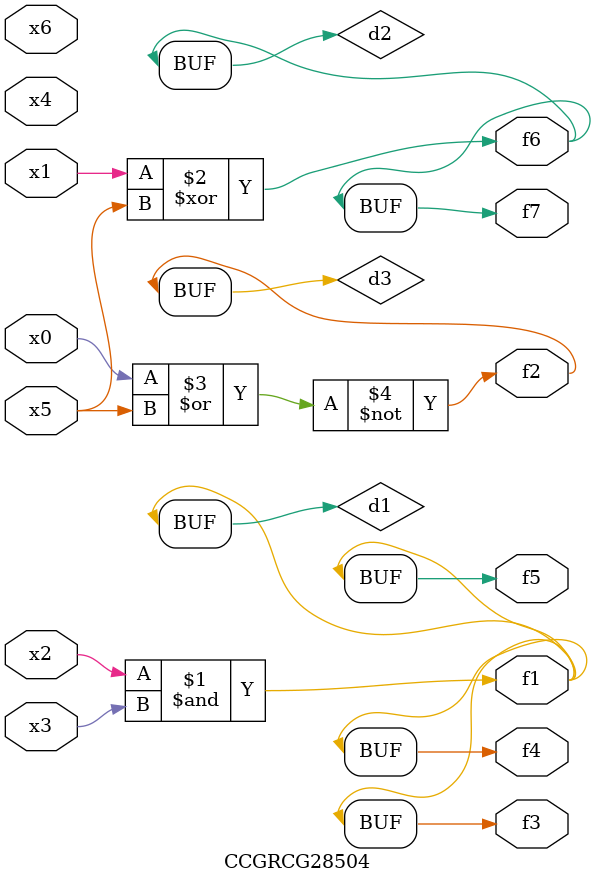
<source format=v>
module CCGRCG28504(
	input x0, x1, x2, x3, x4, x5, x6,
	output f1, f2, f3, f4, f5, f6, f7
);

	wire d1, d2, d3;

	and (d1, x2, x3);
	xor (d2, x1, x5);
	nor (d3, x0, x5);
	assign f1 = d1;
	assign f2 = d3;
	assign f3 = d1;
	assign f4 = d1;
	assign f5 = d1;
	assign f6 = d2;
	assign f7 = d2;
endmodule

</source>
